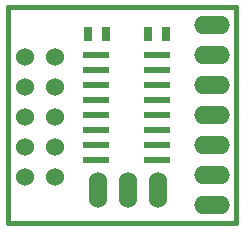
<source format=gtp>
G04 (created by PCBNEW-RS274X (2010-03-14)-final) date vie 11 nov 2011 19:20:16 ART*
G01*
G70*
G90*
%MOIN*%
G04 Gerber Fmt 3.4, Leading zero omitted, Abs format*
%FSLAX34Y34*%
G04 APERTURE LIST*
%ADD10C,0.000100*%
%ADD11C,0.015000*%
%ADD12R,0.086600X0.023600*%
%ADD13C,0.060000*%
%ADD14O,0.060000X0.120000*%
%ADD15O,0.120000X0.060000*%
%ADD16R,0.025000X0.045000*%
G04 APERTURE END LIST*
G54D10*
G54D11*
X67850Y-62400D02*
X67850Y-55200D01*
X75450Y-62400D02*
X67850Y-62400D01*
X75450Y-55200D02*
X75450Y-62400D01*
X67850Y-55200D02*
X75450Y-55200D01*
G54D12*
X70777Y-56800D03*
X70777Y-57300D03*
X70777Y-57800D03*
X70777Y-58300D03*
X70777Y-58800D03*
X70777Y-59300D03*
X70777Y-59800D03*
X70777Y-60300D03*
X72823Y-60300D03*
X72823Y-59800D03*
X72823Y-59300D03*
X72823Y-58800D03*
X72823Y-58300D03*
X72823Y-57800D03*
X72823Y-57300D03*
X72823Y-56800D03*
G54D13*
X69400Y-56850D03*
X68400Y-56850D03*
X69400Y-57850D03*
X68400Y-57850D03*
X69400Y-58850D03*
X68400Y-58850D03*
X69400Y-59850D03*
X68400Y-59850D03*
X69400Y-60850D03*
X68400Y-60850D03*
G54D14*
X72850Y-61300D03*
X71850Y-61300D03*
X70850Y-61300D03*
G54D15*
X74650Y-55800D03*
X74650Y-56800D03*
X74650Y-57800D03*
X74650Y-58800D03*
X74650Y-59800D03*
X74650Y-60800D03*
X74650Y-61800D03*
G54D16*
X73100Y-56100D03*
X72500Y-56100D03*
X71100Y-56100D03*
X70500Y-56100D03*
M02*

</source>
